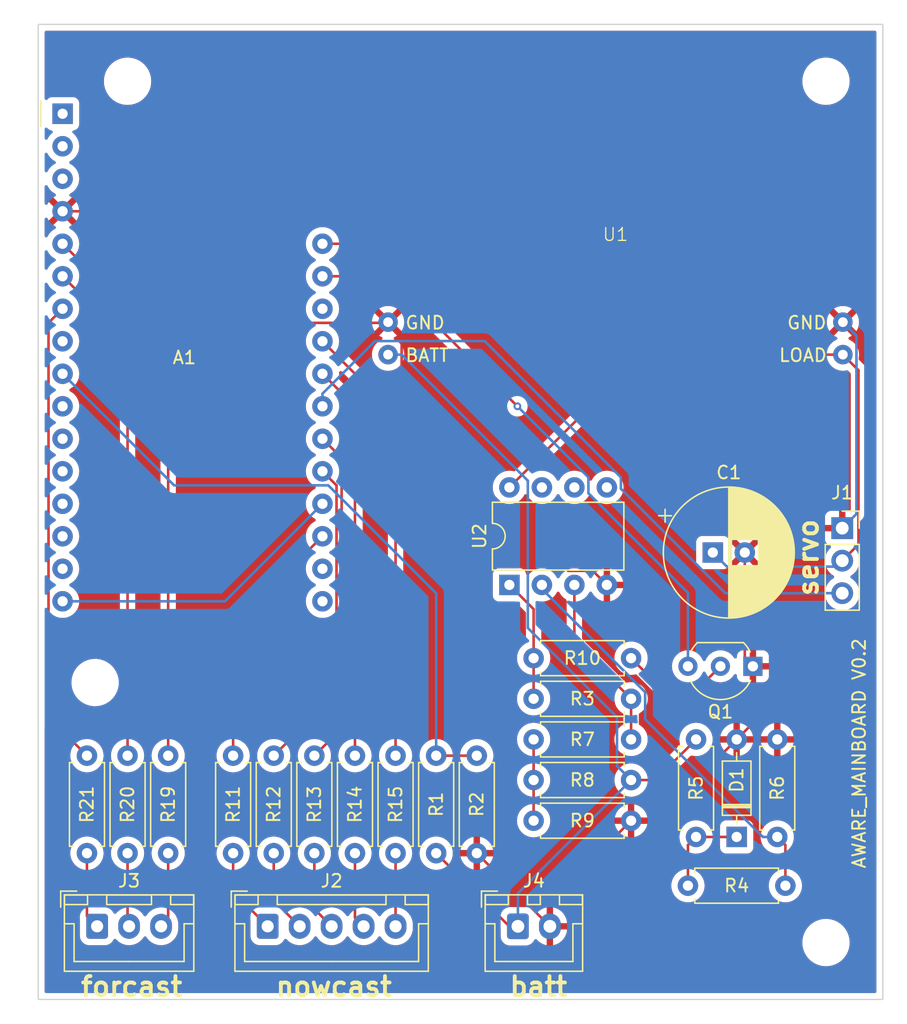
<source format=kicad_pcb>
(kicad_pcb (version 20221018) (generator pcbnew)
  (layers (0 "F.Cu" signal) (31 "B.Cu" signal) (34 "B.Paste" user) (35 "F.Paste" user) (36 "B.SilkS" user "B.Silkscreen") (37 "F.SilkS" user "F.Silkscreen") (38 "B.Mask" user) (39 "F.Mask" user) (44 "Edge.Cuts" user))
  (net 0 "")
  (net 4 "GND")
  (net 5 "FUTURE_LED_A")
  (net 6 "FUTURE_LED_B")
  (net 7 "FUTURE_LED_C")
  (net 8 "BatLevel")
  (net 15 "DIO1")
  (net 18 "NOW_LED_A")
  (net 19 "NOW_LED_B")
  (net 20 "NOW_LED_C")
  (net 21 "ServoData")
  (net 22 "NOW_LED_D")
  (net 23 "NOW_LED_E")
  (net 25 "Enable")
  (net 26 "VCC")
  (net 27 "Net-(D1-K)")
  (net 28 "Net-(Q1-B)")
  (net 29 "Vbat")
  (net 30 "Net-(U2A-+)")
  (net 31 "Net-(R10-Pad1)")
  (net 32 "Net-(U2A--)")
  (net 33 "Net-(R7-Pad1)")
  (net 34 "Net-(J2-Pin_2)")
  (net 35 "Net-(J2-Pin_3)")
  (net 36 "Net-(J2-Pin_4)")
  (net 37 "Net-(J2-Pin_5)")
  (net 39 "Net-(J3-Pin_2)")
  (net 40 "Net-(J3-Pin_3)")
  (net 41 "Net-(J2-Pin_1)")
  (net 42 "Net-(J3-Pin_1)")
  (footprint "Resistor_THT:R_Axial_DIN0207_L6.3mm_D2.5mm_P7.62mm_Horizontal" (layer "F.Cu") (at 121.92 95.885 90)
    (fp_text reference "R14" (at 3.81 0 90) (layer "F.SilkS"))
    (fp_text value "220R" hide)
    (pad "1" thru_hole circle (at 0 0 90) (size 1.6 1.6) (drill 0.8) (layers "*.Cu" "*.Mask") (net 36 "Net-(J2-Pin_4)"))
    (pad "2" thru_hole oval (at 7.62 0 90) (size 1.6 1.6) (drill 0.8) (layers "*.Cu" "*.Mask") (net 22 "NOW_LED_D"))
  )
  (footprint "Resistor_THT:R_Axial_DIN0207_L6.3mm_D2.5mm_P7.62mm_Horizontal" (layer "F.Cu") (at 135.89 93.345)
    (fp_text reference "R9" (at 3.81 0) (layer "F.SilkS"))
    (fp_text value "10K" hide)
    (pad "1" thru_hole circle (at 0 0) (size 1.6 1.6) (drill 0.8) (layers "*.Cu" "*.Mask") (net 33 "Net-(R7-Pad1)"))
    (pad "2" thru_hole oval (at 7.62 0) (size 1.6 1.6) (drill 0.8) (layers "*.Cu" "*.Mask") (net 4 "GND"))
  )
  (footprint "Resistor_THT:R_Axial_DIN0207_L6.3mm_D2.5mm_P7.62mm_Horizontal" (layer "F.Cu") (at 128.27 95.885 90)
    (fp_text reference "R1" (at 3.81 0 90) (layer "F.SilkS"))
    (fp_text value "10K" hide)
    (pad "1" thru_hole circle (at 0 0 90) (size 1.6 1.6) (drill 0.8) (layers "*.Cu" "*.Mask") (net 29 "Vbat"))
    (pad "2" thru_hole oval (at 7.62 0 90) (size 1.6 1.6) (drill 0.8) (layers "*.Cu" "*.Mask") (net 8 "BatLevel"))
  )
  (footprint "Package_DIP:DIP-8_W7.62mm" (layer "F.Cu") (at 133.995 74.92 90)
    (fp_text reference "U2" (at 3.81 -2.33 90) (layer "F.SilkS"))
    (fp_text value "LM393")
    (pad "1" thru_hole rect (at 0 0 90) (size 1.6 1.6) (drill 0.8) (layers "*.Cu" "*.Mask") (net 31 "Net-(R10-Pad1)"))
    (pad "2" thru_hole oval (at 0 2.54 90) (size 1.6 1.6) (drill 0.8) (layers "*.Cu" "*.Mask") (net 32 "Net-(U2A--)"))
    (pad "3" thru_hole oval (at 0 5.08 90) (size 1.6 1.6) (drill 0.8) (layers "*.Cu" "*.Mask") (net 30 "Net-(U2A-+)"))
    (pad "4" thru_hole oval (at 0 7.62 90) (size 1.6 1.6) (drill 0.8) (layers "*.Cu" "*.Mask") (net 4 "GND"))
    (pad "5" thru_hole oval (at 7.62 7.62 90) (size 1.6 1.6) (drill 0.8) (layers "*.Cu" "*.Mask"))
    (pad "6" thru_hole oval (at 7.62 5.08 90) (size 1.6 1.6) (drill 0.8) (layers "*.Cu" "*.Mask"))
    (pad "7" thru_hole oval (at 7.62 2.54 90) (size 1.6 1.6) (drill 0.8) (layers "*.Cu" "*.Mask"))
    (pad "8" thru_hole oval (at 7.62 0 90) (size 1.6 1.6) (drill 0.8) (layers "*.Cu" "*.Mask") (net 26 "VCC"))
  )
  (footprint "Resistor_THT:R_Axial_DIN0207_L6.3mm_D2.5mm_P7.62mm_Horizontal" (layer "F.Cu") (at 148.59 94.615 90)
    (fp_text reference "R5" (at 3.81 0 90) (layer "F.SilkS"))
    (fp_text value "220R" hide)
    (pad "1" thru_hole circle (at 0 0 90) (size 1.6 1.6) (drill 0.8) (layers "*.Cu" "*.Mask") (net 27 "Net-(D1-K)"))
    (pad "2" thru_hole oval (at 7.62 0 90) (size 1.6 1.6) (drill 0.8) (layers "*.Cu" "*.Mask") (net 29 "Vbat"))
  )
  (footprint "Resistor_THT:R_Axial_DIN0207_L6.3mm_D2.5mm_P7.62mm_Horizontal" (layer "F.Cu") (at 115.57 95.885 90)
    (fp_text reference "R12" (at 3.81 0 90) (layer "F.SilkS"))
    (fp_text value "220R" hide)
    (pad "1" thru_hole circle (at 0 0 90) (size 1.6 1.6) (drill 0.8) (layers "*.Cu" "*.Mask") (net 34 "Net-(J2-Pin_2)"))
    (pad "2" thru_hole oval (at 7.62 0 90) (size 1.6 1.6) (drill 0.8) (layers "*.Cu" "*.Mask") (net 19 "NOW_LED_B"))
  )
  (footprint "Resistor_THT:R_Axial_DIN0207_L6.3mm_D2.5mm_P7.62mm_Horizontal" (layer "F.Cu") (at 107.315 95.885 90)
    (fp_text reference "R19" (at 3.81 0 90) (layer "F.SilkS"))
    (fp_text value "220R" hide)
    (pad "1" thru_hole circle (at 0 0 90) (size 1.6 1.6) (drill 0.8) (layers "*.Cu" "*.Mask") (net 40 "Net-(J3-Pin_3)"))
    (pad "2" thru_hole oval (at 7.62 0 90) (size 1.6 1.6) (drill 0.8) (layers "*.Cu" "*.Mask") (net 7 "FUTURE_LED_C"))
  )
  (footprint "Resistor_THT:R_Axial_DIN0207_L6.3mm_D2.5mm_P7.62mm_Horizontal" (layer "F.Cu") (at 118.745 95.885 90)
    (fp_text reference "R13" (at 3.81 0 90) (layer "F.SilkS"))
    (fp_text value "220R" hide)
    (pad "1" thru_hole circle (at 0 0 90) (size 1.6 1.6) (drill 0.8) (layers "*.Cu" "*.Mask") (net 35 "Net-(J2-Pin_3)"))
    (pad "2" thru_hole oval (at 7.62 0 90) (size 1.6 1.6) (drill 0.8) (layers "*.Cu" "*.Mask") (net 20 "NOW_LED_C"))
  )
  (footprint "MountingHole:MountingHole_3.2mm_M3" (layer "F.Cu") (at 158.75 35.56)
    (fp_text reference "REF**" hide)
    (fp_text value "MountingHole_3.2mm_M3" hide)
    (pad "" np_thru_hole circle (at 0 0) (size 3.2 3.2) (drill 3.2) (layers "*.Cu" "*.Mask"))
  )
  (footprint "Resistor_THT:R_Axial_DIN0207_L6.3mm_D2.5mm_P7.62mm_Horizontal" (layer "F.Cu") (at 143.51 90.17 180)
    (fp_text reference "R8" (at 3.81 0) (layer "F.SilkS"))
    (fp_text value "16K" hide)
    (pad "1" thru_hole circle (at 0 0 180) (size 1.6 1.6) (drill 0.8) (layers "*.Cu" "*.Mask") (net 29 "Vbat"))
    (pad "2" thru_hole oval (at 7.62 0 180) (size 1.6 1.6) (drill 0.8) (layers "*.Cu" "*.Mask") (net 33 "Net-(R7-Pad1)"))
  )
  (footprint "MountingHole:MountingHole_3.2mm_M3" (layer "F.Cu") (at 101.6 82.55)
    (fp_text reference "REF**" hide)
    (fp_text value "MountingHole_3.2mm_M3" hide)
    (pad "" np_thru_hole circle (at 0 0) (size 3.2 3.2) (drill 3.2) (layers "*.Cu" "*.Mask"))
  )
  (footprint "Resistor_THT:R_Axial_DIN0207_L6.3mm_D2.5mm_P7.62mm_Horizontal" (layer "F.Cu") (at 147.955 98.425)
    (fp_text reference "R4" (at 3.81 0) (layer "F.SilkS"))
    (fp_text value "16K" hide)
    (pad "1" thru_hole circle (at 0 0) (size 1.6 1.6) (drill 0.8) (layers "*.Cu" "*.Mask") (net 27 "Net-(D1-K)"))
    (pad "2" thru_hole oval (at 7.62 0) (size 1.6 1.6) (drill 0.8) (layers "*.Cu" "*.Mask") (net 32 "Net-(U2A--)"))
  )
  (footprint "Resistor_THT:R_Axial_DIN0207_L6.3mm_D2.5mm_P7.62mm_Horizontal" (layer "F.Cu") (at 154.94 94.615 90)
    (fp_text reference "R6" (at 3.81 0 90) (layer "F.SilkS"))
    (fp_text value "18K" hide)
    (pad "1" thru_hole circle (at 0 0 90) (size 1.6 1.6) (drill 0.8) (layers "*.Cu" "*.Mask") (net 32 "Net-(U2A--)"))
    (pad "2" thru_hole oval (at 7.62 0 90) (size 1.6 1.6) (drill 0.8) (layers "*.Cu" "*.Mask") (net 4 "GND"))
  )
  (footprint "MountingHole:MountingHole_3.2mm_M3" (layer "F.Cu") (at 158.75 102.87)
    (fp_text reference "REF**" hide)
    (fp_text value "MountingHole_3.2mm_M3" hide)
    (pad "" np_thru_hole circle (at 0 0) (size 3.2 3.2) (drill 3.2) (layers "*.Cu" "*.Mask"))
  )
  (footprint "Resistor_THT:R_Axial_DIN0207_L6.3mm_D2.5mm_P7.62mm_Horizontal" (layer "F.Cu") (at 131.445 88.265 -90)
    (fp_text reference "R2" (at 3.81 0 90) (layer "F.SilkS"))
    (fp_text value "10K" hide)
    (pad "1" thru_hole circle (at 0 0 270) (size 1.6 1.6) (drill 0.8) (layers "*.Cu" "*.Mask") (net 8 "BatLevel"))
    (pad "2" thru_hole oval (at 7.62 0 270) (size 1.6 1.6) (drill 0.8) (layers "*.Cu" "*.Mask") (net 4 "GND"))
  )
  (footprint "Resistor_THT:R_Axial_DIN0207_L6.3mm_D2.5mm_P7.62mm_Horizontal" (layer "F.Cu") (at 104.14 95.885 90)
    (fp_text reference "R20" (at 3.81 0 90) (layer "F.SilkS"))
    (fp_text value "220R" hide)
    (pad "1" thru_hole circle (at 0 0 90) (size 1.6 1.6) (drill 0.8) (layers "*.Cu" "*.Mask") (net 39 "Net-(J3-Pin_2)"))
    (pad "2" thru_hole oval (at 7.62 0 90) (size 1.6 1.6) (drill 0.8) (layers "*.Cu" "*.Mask") (net 6 "FUTURE_LED_B"))
  )
  (footprint "aware:Adafruit_Feather_M0_RFM" (layer "F.Cu") (at 99.06 38.1)
    (fp_text reference "A1" (at 9.525 19.05) (layer "F.SilkS"))
    (fp_text value "Adafruit_Feather_M0_RFM9x_LoRa_Radio")
    (pad "1" thru_hole rect (at 0 0 180) (size 1.6 1.6) (drill 0.8) (layers "*.Cu" "*.Mask"))
    (pad "2" thru_hole circle (at 0 2.54 180) (size 1.6 1.6) (drill 0.8) (layers "*.Cu" "*.Mask"))
    (pad "3" thru_hole circle (at 0 5.08 180) (size 1.6 1.6) (drill 0.8) (layers "*.Cu" "*.Mask"))
    (pad "4" thru_hole circle (at 0 7.62 180) (size 1.6 1.6) (drill 0.8) (layers "*.Cu" "*.Mask") (net 4 "GND"))
    (pad "5" thru_hole circle (at 0 10.16 180) (size 1.6 1.6) (drill 0.8) (layers "*.Cu" "*.Mask") (net 7 "FUTURE_LED_C"))
    (pad "6" thru_hole circle (at 0 12.7 180) (size 1.6 1.6) (drill 0.8) (layers "*.Cu" "*.Mask") (net 6 "FUTURE_LED_B"))
    (pad "7" thru_hole circle (at 0 15.24 180) (size 1.6 1.6) (drill 0.8) (layers "*.Cu" "*.Mask") (net 5 "FUTURE_LED_A"))
    (pad "8" thru_hole circle (at 0 17.78 180) (size 1.6 1.6) (drill 0.8) (layers "*.Cu" "*.Mask"))
    (pad "9" thru_hole circle (at 0 20.32 180) (size 1.6 1.6) (drill 0.8) (layers "*.Cu" "*.Mask") (net 8 "BatLevel"))
    (pad "10" thru_hole circle (at 0 22.86 180) (size 1.6 1.6) (drill 0.8) (layers "*.Cu" "*.Mask"))
    (pad "11" thru_hole circle (at 0 25.4 180) (size 1.6 1.6) (drill 0.8) (layers "*.Cu" "*.Mask"))
    (pad "12" thru_hole circle (at 0 27.94 180) (size 1.6 1.6) (drill 0.8) (layers "*.Cu" "*.Mask"))
    (pad "13" thru_hole circle (at 0 30.48 180) (size 1.6 1.6) (drill 0.8) (layers "*.Cu" "*.Mask"))
    (pad "14" thru_hole circle (at 0 33.02 180) (size 1.6 1.6) (drill 0.8) (layers "*.Cu" "*.Mask"))
    (pad "15" thru_hole circle (at 0 35.56 180) (size 1.6 1.6) (drill 0.8) (layers "*.Cu" "*.Mask"))
    (pad "16" thru_hole circle (at 0 38.1 180) (size 1.6 1.6) (drill 0.8) (layers "*.Cu" "*.Mask") (net 15 "DIO1"))
    (pad "17" thru_hole circle (at 20.32 38.1 180) (size 1.6 1.6) (drill 0.8) (layers "*.Cu" "*.Mask"))
    (pad "18" thru_hole circle (at 20.32 35.56 180) (size 1.6 1.6) (drill 0.8) (layers "*.Cu" "*.Mask"))
    (pad "19" thru_hole circle (at 20.32 33.02 180) (size 1.6 1.6) (drill 0.8) (layers "*.Cu" "*.Mask") (net 18 "NOW_LED_A"))
    (pad "20" thru_hole circle (at 20.32 30.48 180) (size 1.6 1.6) (drill 0.8) (layers "*.Cu" "*.Mask") (net 15 "DIO1"))
    (pad "21" thru_hole circle (at 20.32 27.94 180) (size 1.6 1.6) (drill 0.8) (layers "*.Cu" "*.Mask") (net 19 "NOW_LED_B"))
    (pad "22" thru_hole circle (at 20.32 25.4 180) (size 1.6 1.6) (drill 0.8) (layers "*.Cu" "*.Mask") (net 20 "NOW_LED_C"))
    (pad "23" thru_hole circle (at 20.32 22.86 180) (size 1.6 1.6) (drill 0.8) (layers "*.Cu" "*.Mask") (net 21 "ServoData"))
    (pad "24" thru_hole circle (at 20.32 20.32 180) (size 1.6 1.6) (drill 0.8) (layers "*.Cu" "*.Mask") (net 22 "NOW_LED_D"))
    (pad "25" thru_hole circle (at 20.32 17.78 180) (size 1.6 1.6) (drill 0.8) (layers "*.Cu" "*.Mask") (net 23 "NOW_LED_E"))
    (pad "26" thru_hole circle (at 20.32 15.24 180) (size 1.6 1.6) (drill 0.8) (layers "*.Cu" "*.Mask"))
    (pad "27" thru_hole circle (at 20.32 12.7 180) (size 1.6 1.6) (drill 0.8) (layers "*.Cu" "*.Mask") (net 25 "Enable"))
    (pad "28" thru_hole circle (at 20.32 10.16 180) (size 1.6 1.6) (drill 0.8) (layers "*.Cu" "*.Mask") (net 26 "VCC"))
  )
  (footprint "Resistor_THT:R_Axial_DIN0207_L6.3mm_D2.5mm_P7.62mm_Horizontal" (layer "F.Cu") (at 143.51 83.82 180)
    (fp_text reference "R3" (at 3.81 0) (layer "F.SilkS"))
    (fp_text value "15K" hide)
    (pad "1" thru_hole circle (at 0 0 180) (size 1.6 1.6) (drill 0.8) (layers "*.Cu" "*.Mask") (net 30 "Net-(U2A-+)"))
    (pad "2" thru_hole oval (at 7.62 0 180) (size 1.6 1.6) (drill 0.8) (layers "*.Cu" "*.Mask") (net 31 "Net-(R10-Pad1)"))
  )
  (footprint "Connector_PinSocket_2.54mm:PinSocket_1x03_P2.54mm_Vertical" (layer "F.Cu") (at 160.02 70.485)
    (fp_text reference "J1" (at 0 -2.77) (layer "F.SilkS"))
    (fp_text value "Servo_Conn" hide)
    (pad "1" thru_hole rect (at 0 0) (size 1.7 1.7) (drill 1) (layers "*.Cu" "*.Mask") (net 4 "GND"))
    (pad "2" thru_hole oval (at 0 2.54) (size 1.7 1.7) (drill 1) (layers "*.Cu" "*.Mask") (net 26 "VCC"))
    (pad "3" thru_hole oval (at 0 5.08) (size 1.7 1.7) (drill 1) (layers "*.Cu" "*.Mask") (net 21 "ServoData"))
  )
  (footprint "MountingHole:MountingHole_3.2mm_M3" (layer "F.Cu") (at 104.14 35.56)
    (fp_text reference "REF**" hide)
    (fp_text value "MountingHole_3.2mm_M3" hide)
    (pad "" np_thru_hole circle (at 0 0) (size 3.2 3.2) (drill 3.2) (layers "*.Cu" "*.Mask"))
  )
  (footprint "aware:Solar_Charger" (layer "F.Cu") (at 142.29 48.035)
    (fp_text reference "U1" (at 0 -0.5 unlocked) (layer "F.SilkS") (effects (font (thickness 0.1))))
    (fp_text value "Solar_Charger")
    (fp_text user "LOAD" (at 12.7 9.525 unlocked) (layer "F.SilkS") (effects (justify left bottom)))
    (fp_text user "BATT" (at -16.51 9.525 unlocked) (layer "F.SilkS") (effects (justify left bottom)))
    (fp_text user "GND" (at 13.335 6.985 unlocked) (layer "F.SilkS") (effects (justify left bottom)))
    (fp_text user "GND" (at -16.51 6.985 unlocked) (layer "F.SilkS") (effects (justify left bottom)))
    (pad "1" thru_hole circle (at -17.78 8.89) (size 1.524 1.524) (drill 0.762) (layers "*.Cu" "*.Mask") (net 29 "Vbat"))
    (pad "2" thru_hole circle (at -17.78 6.35) (size 1.524 1.524) (drill 0.762) (layers "*.Cu" "*.Mask") (net 4 "GND"))
    (pad "3" thru_hole circle (at 17.78 8.89) (size 1.524 1.524) (drill 0.762) (layers "*.Cu" "*.Mask") (net 26 "VCC"))
    (pad "4" thru_hole circle (at 17.78 6.35) (size 1.524 1.524) (drill 0.762) (layers "*.Cu" "*.Mask") (net 4 "GND"))
  )
  (footprint "Diode_THT:D_DO-35_SOD27_P7.62mm_Horizontal" (layer "F.Cu") (at 151.765 94.615 90)
    (fp_text reference "D1" (at 4.445 0 90) (layer "F.SilkS"))
    (fp_text value "1N5221B" hide)
    (pad "1" thru_hole rect (at 0 0 90) (size 1.6 1.6) (drill 0.8) (layers "*.Cu" "*.Mask") (net 27 "Net-(D1-K)"))
    (pad "2" thru_hole oval (at 7.62 0 90) (size 1.6 1.6) (drill 0.8) (layers "*.Cu" "*.Mask") (net 4 "GND"))
  )
  (footprint "Connector_JST:JST_XH_B2B-XH-A_1x02_P2.50mm_Vertical" (layer "F.Cu") (at 134.66 101.6)
    (fp_text reference "J4" (at 1.25 -3.55) (layer "F.SilkS"))
    (fp_text value "Battery_Conn" hide)
    (pad "1" thru_hole roundrect (at 0 0) (size 1.7 2) (drill 1) (layers "*.Cu" "*.Mask") (roundrect_rratio 0.1470588235) (net 29 "Vbat"))
    (pad "2" thru_hole oval (at 2.5 0) (size 1.7 2) (drill 1) (layers "*.Cu" "*.Mask") (net 4 "GND"))
  )
  (footprint "Capacitor_THT:CP_Radial_D10.0mm_P2.50mm" (layer "F.Cu") (at 149.9 72.39)
    (fp_text reference "C1" (at 1.25 -6.25) (layer "F.SilkS"))
    (fp_text value "470uF" hide)
    (pad "1" thru_hole rect (at 0 0) (size 1.6 1.6) (drill 0.8) (layers "*.Cu" "*.Mask") (net 26 "VCC"))
    (pad "2" thru_hole circle (at 2.5 0) (size 1.6 1.6) (drill 0.8) (layers "*.Cu" "*.Mask") (net 4 "GND"))
  )
  (footprint "Resistor_THT:R_Axial_DIN0207_L6.3mm_D2.5mm_P7.62mm_Horizontal" (layer "F.Cu") (at 135.89 86.995)
    (fp_text reference "R7" (at 3.81 0) (layer "F.SilkS"))
    (fp_text value "10K" hide)
    (pad "1" thru_hole circle (at 0 0) (size 1.6 1.6) (drill 0.8) (layers "*.Cu" "*.Mask") (net 33 "Net-(R7-Pad1)"))
    (pad "2" thru_hole oval (at 7.62 0) (size 1.6 1.6) (drill 0.8) (layers "*.Cu" "*.Mask") (net 30 "Net-(U2A-+)"))
  )
  (footprint "Resistor_THT:R_Axial_DIN0207_L6.3mm_D2.5mm_P7.62mm_Horizontal" (layer "F.Cu") (at 112.395 95.885 90)
    (fp_text reference "R11" (at 3.81 0 90) (layer "F.SilkS"))
    (fp_text value "220R" hide)
    (pad "1" thru_hole circle (at 0 0 90) (size 1.6 1.6) (drill 0.8) (layers "*.Cu" "*.Mask") (net 41 "Net-(J2-Pin_1)"))
    (pad "2" thru_hole oval (at 7.62 0 90) (size 1.6 1.6) (drill 0.8) (layers "*.Cu" "*.Mask") (net 18 "NOW_LED_A"))
  )
  (footprint "Resistor_THT:R_Axial_DIN0207_L6.3mm_D2.5mm_P7.62mm_Horizontal" (layer "F.Cu") (at 125.095 95.885 90)
    (fp_text reference "R15" (at 3.81 0 90) (layer "F.SilkS"))
    (fp_text value "220R" hide)
    (pad "1" thru_hole circle (at 0 0 90) (size 1.6 1.6) (drill 0.8) (layers "*.Cu" "*.Mask") (net 37 "Net-(J2-Pin_5)"))
    (pad "2" thru_hole oval (at 7.62 0 90) (size 1.6 1.6) (drill 0.8) (layers "*.Cu" "*.Mask") (net 23 "NOW_LED_E"))
  )
  (footprint "Package_TO_SOT_THT:TO-92_Inline_Wide" (layer "F.Cu") (at 153.035 81.28 180)
    (fp_text reference "Q1" (at 2.54 -3.56) (layer "F.SilkS"))
    (fp_text value "BC548" hide)
    (pad "1" thru_hole rect (at 0 0 180) (size 1.5 1.5) (drill 0.8) (layers "*.Cu" "*.Mask") (net 4 "GND"))
    (pad "2" thru_hole circle (at 2.54 0 180) (size 1.5 1.5) (drill 0.8) (layers "*.Cu" "*.Mask") (net 28 "Net-(Q1-B)"))
    (pad "3" thru_hole circle (at 5.08 0 180) (size 1.5 1.5) (drill 0.8) (layers "*.Cu" "*.Mask") (net 25 "Enable"))
  )
  (footprint "Connector_JST:JST_XH_B3B-XH-A_1x03_P2.50mm_Vertical" (layer "F.Cu") (at 101.76 101.6)
    (fp_text reference "J3" (at 2.5 -3.55) (layer "F.SilkS"))
    (fp_text value "Forcast_LEDS_Conn" hide)
    (pad "1" thru_hole roundrect (at 0 0) (size 1.7 1.95) (drill 0.95) (layers "*.Cu" "*.Mask") (roundrect_rratio 0.1470588235) (net 42 "Net-(J3-Pin_1)"))
    (pad "2" thru_hole oval (at 2.5 0) (size 1.7 1.95) (drill 0.95) (layers "*.Cu" "*.Mask") (net 39 "Net-(J3-Pin_2)"))
    (pad "3" thru_hole oval (at 5 0) (size 1.7 1.95) (drill 0.95) (layers "*.Cu" "*.Mask") (net 40 "Net-(J3-Pin_3)"))
  )
  (footprint "Connector_JST:JST_XH_B5B-XH-A_1x05_P2.50mm_Vertical" (layer "F.Cu") (at 115.095 101.6)
    (fp_text reference "J2" (at 5 -3.55) (layer "F.SilkS"))
    (fp_text value "Nowcast_LEDS_Conn" hide)
    (pad "1" thru_hole roundrect (at 0 0) (size 1.7 1.95) (drill 0.95) (layers "*.Cu" "*.Mask") (roundrect_rratio 0.1470588235) (net 41 "Net-(J2-Pin_1)"))
    (pad "2" thru_hole oval (at 2.5 0) (size 1.7 1.95) (drill 0.95) (layers "*.Cu" "*.Mask") (net 34 "Net-(J2-Pin_2)"))
    (pad "3" thru_hole oval (at 5 0) (size 1.7 1.95) (drill 0.95) (layers "*.Cu" "*.Mask") (net 35 "Net-(J2-Pin_3)"))
    (pad "4" thru_hole oval (at 7.5 0) (size 1.7 1.95) (drill 0.95) (layers "*.Cu" "*.Mask") (net 36 "Net-(J2-Pin_4)"))
    (pad "5" thru_hole oval (at 10 0) (size 1.7 1.95) (drill 0.95) (layers "*.Cu" "*.Mask") (net 37 "Net-(J2-Pin_5)"))
  )
  (footprint "Resistor_THT:R_Axial_DIN0207_L6.3mm_D2.5mm_P7.62mm_Horizontal" (layer "F.Cu") (at 135.89 80.645)
    (fp_text reference "R10" (at 3.81 0) (layer "F.SilkS"))
    (fp_text value "560R" hide)
    (pad "1" thru_hole circle (at 0 0) (size 1.6 1.6) (drill 0.8) (layers "*.Cu" "*.Mask") (net 31 "Net-(R10-Pad1)"))
    (pad "2" thru_hole oval (at 7.62 0) (size 1.6 1.6) (drill 0.8) (layers "*.Cu" "*.Mask") (net 28 "Net-(Q1-B)"))
  )
  (footprint "Resistor_THT:R_Axial_DIN0207_L6.3mm_D2.5mm_P7.62mm_Horizontal" (layer "F.Cu") (at 100.965 95.885 90)
    (fp_text reference "R21" (at 3.81 0 90) (layer "F.SilkS"))
    (fp_text value "220R" hide)
    (pad "1" thru_hole circle (at 0 0 90) (size 1.6 1.6) (drill 0.8) (layers "*.Cu" "*.Mask") (net 42 "Net-(J3-Pin_1)"))
    (pad "2" thru_hole oval (at 7.62 0 90) (size 1.6 1.6) (drill 0.8) (layers "*.Cu" "*.Mask") (net 5 "FUTURE_LED_A"))
  )
  (gr_rect (start 97.155 31.115) (end 163.195 107.315) (stroke (width 0.1)) (fill none) (layer "Edge.Cuts"))
  (gr_text "batt" (at 133.858 107.188) (layer "F.SilkS") (effects (font (size 1.5 1.5) (thickness 0.3) bold) (justify left bottom)))
  (gr_text "servo" (at 158.242 75.946 90) (layer "F.SilkS") (effects (font (size 1.5 1.5) (thickness 0.3) bold) (justify left bottom)))
  (gr_text "AWARE_MAINBOARD V0.2\n" (at 161.925 97.155 90) (layer "F.SilkS") (effects (font (size 1 1)) (justify left bottom)))
  (gr_text "nowcast\n" (at 115.57 107.188) (layer "F.SilkS") (effects (font (size 1.5 1.5) (thickness 0.3) bold) (justify left bottom)))
  (gr_text "forcast" (at 100.33 107.188) (layer "F.SilkS") (effects (font (size 1.5 1.5) (thickness 0.3) bold) (justify left bottom)))
  (segment (start 124.51 54.385) (end 124.455 54.44) (width 0.2) (layer "F.Cu") (net 4))
  (segment (start 152.4 80.645) (end 153.035 81.28) (width 0.2) (layer "F.Cu") (net 4))
  (segment (start 143.51 93.345) (end 145.415 93.345) (width 0.2) (layer "F.Cu") (net 4))
  (segment (start 149.87 74.92) (end 152.4 72.39) (width 0.2) (layer "F.Cu") (net 4))
  (segment (start 145.415 93.345) (end 151.765 86.995) (width 0.2) (layer "F.Cu") (net 4))
  (segment (start 104.775 45.72) (end 99.06 45.72) (width 0.2) (layer "F.Cu") (net 4))
  (segment (start 153.035 81.28) (end 153.035 85.725) (width 0.2) (layer "F.Cu") (net 4))
  (segment (start 124.455 54.44) (end 113.495 54.44) (width 0.2) (layer "F.Cu") (net 4))
  (segment (start 160.02 70.485) (end 154.305 70.485) (width 0.2) (layer "F.Cu") (net 4))
  (segment (start 151.765 86.995) (end 154.94 86.995) (width 0.2) (layer "F.Cu") (net 4))
  (segment (start 138.59 73.82) (end 125.572 60.802) (width 0.2) (layer "F.Cu") (net 4))
  (segment (start 152.4 72.39) (end 152.4 80.645) (width 0.2) (layer "F.Cu") (net 4))
  (segment (start 125.572 60.802) (end 125.572 55.447) (width 0.2) (layer "F.Cu") (net 4))
  (segment (start 113.495 54.44) (end 104.775 45.72) (width 0.2) (layer "F.Cu") (net 4))
  (segment (start 141.615 74.92) (end 140.515 73.82) (width 0.2) (layer "F.Cu") (net 4))
  (segment (start 154.305 70.485) (end 152.4 72.39) (width 0.2) (layer "F.Cu") (net 4))
  (segment (start 140.515 73.82) (end 138.59 73.82) (width 0.2) (layer "F.Cu") (net 4))
  (segment (start 153.035 85.725) (end 151.765 86.995) (width 0.2) (layer "F.Cu") (net 4))
  (segment (start 141.615 74.92) (end 149.87 74.92) (width 0.2) (layer "F.Cu") (net 4))
  (segment (start 137.16 99.695) (end 143.51 93.345) (width 0.2) (layer "F.Cu") (net 4))
  (segment (start 131.445 95.885) (end 137.16 101.6) (width 0.2) (layer "F.Cu") (net 4))
  (segment (start 137.16 101.6) (end 137.16 99.695) (width 0.2) (layer "F.Cu") (net 4))
  (segment (start 125.572 55.447) (end 124.51 54.385) (width 0.2) (layer "F.Cu") (net 4))
  (segment (start 161.132 69.373) (end 160.02 70.485) (width 0.2) (layer "B.Cu") (net 4))
  (segment (start 160.07 54.385) (end 161.132 55.447) (width 0.2) (layer "B.Cu") (net 4))
  (segment (start 161.132 55.447) (end 161.132 69.373) (width 0.2) (layer "B.Cu") (net 4))
  (segment (start 100.965 88.265) (end 97.96 85.26) (width 0.2) (layer "F.Cu") (net 5))
  (segment (start 97.96 54.44) (end 99.06 53.34) (width 0.2) (layer "F.Cu") (net 5))
  (segment (start 97.96 85.26) (end 97.96 54.44) (width 0.2) (layer "F.Cu") (net 5))
  (segment (start 104.14 55.88) (end 99.06 50.8) (width 0.2) (layer "F.Cu") (net 6))
  (segment (start 104.14 88.265) (end 104.14 55.88) (width 0.2) (layer "F.Cu") (net 6))
  (segment (start 107.315 56.515) (end 99.06 48.26) (width 0.2) (layer "F.Cu") (net 7))
  (segment (start 107.315 88.265) (end 107.315 56.515) (width 0.2) (layer "F.Cu") (net 7))
  (segment (start 131.445 88.265) (end 128.27 88.265) (width 0.2) (layer "F.Cu") (net 8))
  (segment (start 107.78 67.14) (end 99.06 58.42) (width 0.2) (layer "B.Cu") (net 8))
  (segment (start 119.835635 67.14) (end 107.78 67.14) (width 0.2) (layer "B.Cu") (net 8))
  (segment (start 128.27 75.574365) (end 119.835635 67.14) (width 0.2) (layer "B.Cu") (net 8))
  (segment (start 128.27 88.265) (end 128.27 75.574365) (width 0.2) (layer "B.Cu") (net 8))
  (segment (start 99.06 76.2) (end 111.76 76.2) (width 0.2) (layer "B.Cu") (net 15))
  (segment (start 111.76 76.2) (end 119.38 68.58) (width 0.2) (layer "B.Cu") (net 15))
  (segment (start 112.395 78.105) (end 119.38 71.12) (width 0.2) (layer "F.Cu") (net 18))
  (segment (start 112.395 88.265) (end 112.395 78.105) (width 0.2) (layer "F.Cu") (net 18))
  (segment (start 120.48 83.355) (end 120.48 67.14) (width 0.2) (layer "F.Cu") (net 19))
  (segment (start 115.57 88.265) (end 120.48 83.355) (width 0.2) (layer "F.Cu") (net 19))
  (segment (start 120.48 67.14) (end 119.38 66.04) (width 0.2) (layer "F.Cu") (net 19))
  (segment (start 120.879501 64.999501) (end 119.38 63.5) (width 0.2) (layer "F.Cu") (net 20))
  (segment (start 118.745 88.265) (end 120.879501 86.130499) (width 0.2) (layer "F.Cu") (net 20))
  (segment (start 120.879501 86.130499) (end 120.879501 64.999501) (width 0.2) (layer "F.Cu") (net 20))
  (segment (start 160.02 75.565) (end 150.875 75.565) (width 0.2) (layer "B.Cu") (net 21))
  (segment (start 123.492635 55.863) (end 119.38 59.975635) (width 0.2) (layer "B.Cu") (net 21))
  (segment (start 119.38 59.975635) (end 119.38 60.96) (width 0.2) (layer "B.Cu") (net 21))
  (segment (start 142.715 66.515) (end 132.063 55.863) (width 0.2) (layer "B.Cu") (net 21))
  (segment (start 142.715 67.405) (end 142.715 66.515) (width 0.2) (layer "B.Cu") (net 21))
  (segment (start 132.063 55.863) (end 123.492635 55.863) (width 0.2) (layer "B.Cu") (net 21))
  (segment (start 150.875 75.565) (end 142.715 67.405) (width 0.2) (layer "B.Cu") (net 21))
  (segment (start 121.92 88.265) (end 121.92 60.96) (width 0.2) (layer "F.Cu") (net 22))
  (segment (start 121.92 60.96) (end 119.38 58.42) (width 0.2) (layer "F.Cu") (net 22))
  (segment (start 125.095 61.595) (end 119.38 55.88) (width 0.2) (layer "F.Cu") (net 23))
  (segment (start 125.095 88.265) (end 125.095 61.595) (width 0.2) (layer "F.Cu") (net 23))
  (segment (start 134.62 60.96) (end 124.46 50.8) (width 0.2) (layer "F.Cu") (net 25))
  (segment (start 124.46 50.8) (end 119.38 50.8) (width 0.2) (layer "F.Cu") (net 25))
  (via (at 134.62 60.96) (size 0.6) (drill 0.3) (layers "F.Cu" "B.Cu") (net 25))
  (segment (start 147.955 75.535635) (end 140.175 67.755635) (width 0.2) (layer "B.Cu") (net 25))
  (segment (start 140.175 66.515) (end 134.62 60.96) (width 0.2) (layer "B.Cu") (net 25))
  (segment (start 147.955 81.28) (end 147.955 75.535635) (width 0.2) (layer "B.Cu") (net 25))
  (segment (start 140.175 67.755635) (end 140.175 66.515) (width 0.2) (layer "B.Cu") (net 25))
  (segment (start 161.289501 58.144501) (end 160.07 56.925) (width 0.2) (layer "F.Cu") (net 26))
  (segment (start 160.02 73.025) (end 161.289501 71.755499) (width 0.2) (layer "F.Cu") (net 26))
  (segment (start 135.705 48.26) (end 119.38 48.26) (width 0.2) (layer "F.Cu") (net 26))
  (segment (start 161.289501 71.755499) (end 161.289501 58.144501) (width 0.2) (layer "F.Cu") (net 26))
  (segment (start 160.07 56.925) (end 144.37 56.925) (width 0.2) (layer "F.Cu") (net 26))
  (segment (start 144.37 56.925) (end 133.995 67.3) (width 0.2) (layer "F.Cu") (net 26))
  (segment (start 144.37 56.925) (end 135.705 48.26) (width 0.2) (layer "F.Cu") (net 26))
  (segment (start 159.555 73.49) (end 160.02 73.025) (width 0.2) (layer "B.Cu") (net 26))
  (segment (start 151 73.49) (end 159.555 73.49) (width 0.2) (layer "B.Cu") (net 26))
  (segment (start 149.9 72.39) (end 151 73.49) (width 0.2) (layer "B.Cu") (net 26))
  (segment (start 147.955 98.425) (end 147.955 95.25) (width 0.2) (layer "F.Cu") (net 27))
  (segment (start 148.59 94.615) (end 151.765 94.615) (width 0.2) (layer "F.Cu") (net 27))
  (segment (start 147.955 95.25) (end 148.59 94.615) (width 0.2) (layer "F.Cu") (net 27))
  (segment (start 143.51 80.645) (end 146.685 83.82) (width 0.2) (layer "F.Cu") (net 28))
  (segment (start 147.955 83.82) (end 150.495 81.28) (width 0.2) (layer "F.Cu") (net 28))
  (segment (start 146.685 83.82) (end 147.955 83.82) (width 0.2) (layer "F.Cu") (net 28))
  (segment (start 145.415 90.17) (end 148.59 86.995) (width 0.2) (layer "F.Cu") (net 29))
  (segment (start 128.27 95.885) (end 133.985 101.6) (width 0.2) (layer "F.Cu") (net 29))
  (segment (start 133.985 101.6) (end 134.66 101.6) (width 0.2) (layer "F.Cu") (net 29))
  (segment (start 143.51 90.17) (end 145.415 90.17) (width 0.2) (layer "F.Cu") (net 29))
  (segment (start 125.58763 56.925) (end 135.435 66.77237) (width 0.2) (layer "B.Cu") (net 29))
  (segment (start 134.66 99.02) (end 143.51 90.17) (width 0.2) (layer "B.Cu") (net 29))
  (segment (start 142.41 89.07) (end 143.51 90.17) (width 0.2) (layer "B.Cu") (net 29))
  (segment (start 135.435 66.77237) (end 135.435 78.285) (width 0.2) (layer "B.Cu") (net 29))
  (segment (start 135.435 78.285) (end 142.41 85.26) (width 0.2) (layer "B.Cu") (net 29))
  (segment (start 142.41 85.26) (end 142.41 89.07) (width 0.2) (layer "B.Cu") (net 29))
  (segment (start 124.51 56.925) (end 125.58763 56.925) (width 0.2) (layer "B.Cu") (net 29))
  (segment (start 134.66 101.6) (end 134.66 99.02) (width 0.2) (layer "B.Cu") (net 29))
  (segment (start 143.51 83.82) (end 139.075 79.385) (width 0.2) (layer "F.Cu") (net 30))
  (segment (start 143.51 83.82) (end 143.51 86.995) (width 0.2) (layer "F.Cu") (net 30))
  (segment (start 139.075 79.385) (end 139.075 74.92) (width 0.2) (layer "F.Cu") (net 30))
  (segment (start 135.89 80.645) (end 135.89 83.82) (width 0.2) (layer "F.Cu") (net 31))
  (segment (start 135.89 80.645) (end 135.89 76.815) (width 0.2) (layer "F.Cu") (net 31))
  (segment (start 135.89 76.815) (end 133.995 74.92) (width 0.2) (layer "F.Cu") (net 31))
  (segment (start 155.575 98.425) (end 155.575 95.25) (width 0.2) (layer "F.Cu") (net 32))
  (segment (start 155.575 95.25) (end 154.94 94.615) (width 0.2) (layer "F.Cu") (net 32))
  (segment (start 153.80863 94.615) (end 144.61 85.41637) (width 0.2) (layer "B.Cu") (net 32))
  (segment (start 144.61 85.41637) (end 144.61 83.300635) (width 0.2) (layer "B.Cu") (net 32))
  (segment (start 136.535 75.225635) (end 136.535 74.92) (width 0.2) (layer "B.Cu") (net 32))
  (segment (start 154.94 94.615) (end 153.80863 94.615) (width 0.2) (layer "B.Cu") (net 32))
  (segment (start 144.61 83.300635) (end 136.535 75.225635) (width 0.2) (layer "B.Cu") (net 32))
  (segment (start 135.89 90.17) (end 135.89 86.995) (width 0.2) (layer "F.Cu") (net 33))
  (segment (start 135.89 90.17) (end 135.89 93.345) (width 0.2) (layer "F.Cu") (net 33))
  (segment (start 115.57 99.575) (end 117.595 101.6) (width 0.2) (layer "F.Cu") (net 34))
  (segment (start 115.57 95.885) (end 115.57 99.575) (width 0.2) (layer "F.Cu") (net 34))
  (segment (start 118.745 95.885) (end 118.745 100.25) (width 0.2) (layer "F.Cu") (net 35))
  (segment (start 118.745 100.25) (end 120.095 101.6) (width 0.2) (layer "F.Cu") (net 35))
  (segment (start 121.92 95.885) (end 121.92 100.925) (width 0.2) (layer "F.Cu") (net 36))
  (segment (start 121.92 100.925) (end 122.595 101.6) (width 0.2) (layer "F.Cu") (net 36))
  (segment (start 125.095 95.885) (end 125.095 101.6) (width 0.2) (layer "F.Cu") (net 37))
  (segment (start 104.14 101.48) (end 104.26 101.6) (width 0.2) (layer "F.Cu") (net 39))
  (segment (start 104.14 95.885) (end 104.14 101.48) (width 0.2) (layer "F.Cu") (net 39))
  (segment (start 107.315 101.045) (end 106.76 101.6) (width 0.2) (layer "F.Cu") (net 40))
  (segment (start 107.315 95.885) (end 107.315 101.045) (width 0.2) (layer "F.Cu") (net 40))
  (segment (start 112.395 98.9) (end 115.095 101.6) (width 0.2) (layer "F.Cu") (net 41))
  (segment (start 112.395 95.885) (end 112.395 98.9) (width 0.2) (layer "F.Cu") (net 41))
  (segment (start 100.965 95.885) (end 100.965 100.805) (width 0.2) (layer "F.Cu") (net 42))
  (segment (start 100.965 100.805) (end 101.76 101.6) (width 0.2) (layer "F.Cu") (net 42))
  (zone (net 4) (net_name "GND") (layer "F.Cu") (connect_pads (clearance 0.5)) (min_thickness 0.25) (fill yes (thermal_gap 0.5) (thermal_bridge_width 0.5))
    (polygon (pts (xy 95.25 29.21) (xy 165.1 29.21) (xy 165.1 109.22) (xy 95.25 109.22)))
  )
  (zone (net 0) (net_name "") (layer "B.Cu") (priority 1) (connect_pads (clearance 0.5)) (min_thickness 0.25) (fill yes (thermal_gap 0.5) (thermal_bridge_width 0.5) (island_removal_mode 1) (island_area_min 10))
    (polygon (pts (xy 95.25 29.21) (xy 165.1 29.21) (xy 165.1 109.22) (xy 95.25 109.22)))
  )
)
</source>
